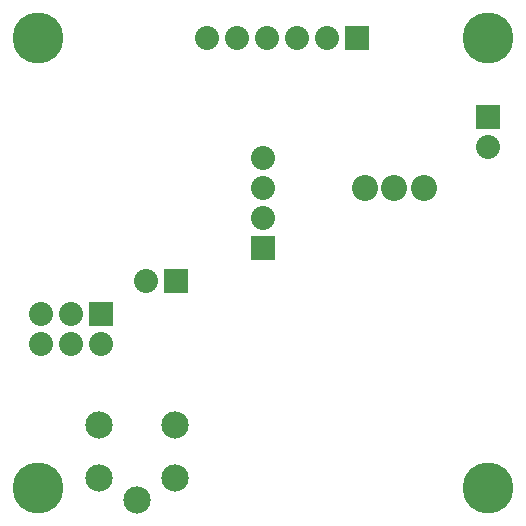
<source format=gbs>
G04 (created by PCBNEW-RS274X (2011-nov-30)-testing) date Tue 24 Jan 2012 06:26:41 PM EST*
G01*
G70*
G90*
%MOIN*%
G04 Gerber Fmt 3.4, Leading zero omitted, Abs format*
%FSLAX34Y34*%
G04 APERTURE LIST*
%ADD10C,0.006000*%
%ADD11C,0.086900*%
%ADD12R,0.080000X0.080000*%
%ADD13C,0.080000*%
%ADD14C,0.170000*%
%ADD15C,0.090900*%
G04 APERTURE END LIST*
G54D10*
G54D11*
X66359Y-54500D03*
X65375Y-54500D03*
X64391Y-54500D03*
G54D12*
X64125Y-49500D03*
G54D13*
X63125Y-49500D03*
X62125Y-49500D03*
X61125Y-49500D03*
X60125Y-49500D03*
X59125Y-49500D03*
G54D12*
X68500Y-52125D03*
G54D13*
X68500Y-53125D03*
G54D12*
X58100Y-57600D03*
G54D13*
X57100Y-57600D03*
G54D12*
X55600Y-58700D03*
G54D13*
X55600Y-59700D03*
X54600Y-58700D03*
X54600Y-59700D03*
X53600Y-58700D03*
X53600Y-59700D03*
G54D14*
X68500Y-49500D03*
X53500Y-49500D03*
X53500Y-64500D03*
X68500Y-64500D03*
G54D15*
X55520Y-62400D03*
X58080Y-62400D03*
X55520Y-64172D03*
X58080Y-64172D03*
X56800Y-64900D03*
G54D12*
X61000Y-56500D03*
G54D13*
X61000Y-55500D03*
X61000Y-54500D03*
X61000Y-53500D03*
M02*

</source>
